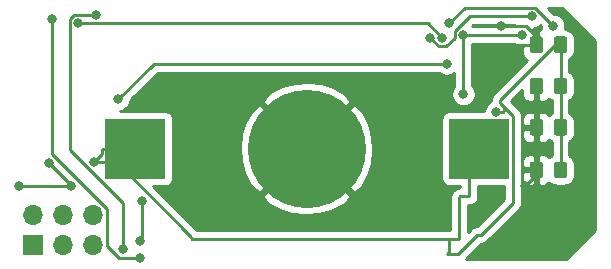
<source format=gbr>
G04 #@! TF.GenerationSoftware,KiCad,Pcbnew,(5.1.5)-3*
G04 #@! TF.CreationDate,2020-04-26T14:17:37-06:00*
G04 #@! TF.ProjectId,Dog Collar Light R1,446f6720-436f-46c6-9c61-72204c696768,rev?*
G04 #@! TF.SameCoordinates,Original*
G04 #@! TF.FileFunction,Copper,L2,Bot*
G04 #@! TF.FilePolarity,Positive*
%FSLAX46Y46*%
G04 Gerber Fmt 4.6, Leading zero omitted, Abs format (unit mm)*
G04 Created by KiCad (PCBNEW (5.1.5)-3) date 2020-04-26 14:17:37*
%MOMM*%
%LPD*%
G04 APERTURE LIST*
%ADD10R,5.080000X5.080000*%
%ADD11C,10.000000*%
%ADD12C,0.100000*%
%ADD13O,1.700000X1.700000*%
%ADD14R,1.700000X1.700000*%
%ADD15C,0.800000*%
%ADD16C,0.250000*%
%ADD17C,0.254000*%
G04 APERTURE END LIST*
D10*
X195725000Y-115800000D03*
X166625000Y-115800000D03*
D11*
X181125000Y-115800000D03*
G04 #@! TA.AperFunction,SMDPad,CuDef*
D12*
G36*
X200924505Y-109801204D02*
G01*
X200948773Y-109804804D01*
X200972572Y-109810765D01*
X200995671Y-109819030D01*
X201017850Y-109829520D01*
X201038893Y-109842132D01*
X201058599Y-109856747D01*
X201076777Y-109873223D01*
X201093253Y-109891401D01*
X201107868Y-109911107D01*
X201120480Y-109932150D01*
X201130970Y-109954329D01*
X201139235Y-109977428D01*
X201145196Y-110001227D01*
X201148796Y-110025495D01*
X201150000Y-110049999D01*
X201150000Y-110950001D01*
X201148796Y-110974505D01*
X201145196Y-110998773D01*
X201139235Y-111022572D01*
X201130970Y-111045671D01*
X201120480Y-111067850D01*
X201107868Y-111088893D01*
X201093253Y-111108599D01*
X201076777Y-111126777D01*
X201058599Y-111143253D01*
X201038893Y-111157868D01*
X201017850Y-111170480D01*
X200995671Y-111180970D01*
X200972572Y-111189235D01*
X200948773Y-111195196D01*
X200924505Y-111198796D01*
X200900001Y-111200000D01*
X200249999Y-111200000D01*
X200225495Y-111198796D01*
X200201227Y-111195196D01*
X200177428Y-111189235D01*
X200154329Y-111180970D01*
X200132150Y-111170480D01*
X200111107Y-111157868D01*
X200091401Y-111143253D01*
X200073223Y-111126777D01*
X200056747Y-111108599D01*
X200042132Y-111088893D01*
X200029520Y-111067850D01*
X200019030Y-111045671D01*
X200010765Y-111022572D01*
X200004804Y-110998773D01*
X200001204Y-110974505D01*
X200000000Y-110950001D01*
X200000000Y-110049999D01*
X200001204Y-110025495D01*
X200004804Y-110001227D01*
X200010765Y-109977428D01*
X200019030Y-109954329D01*
X200029520Y-109932150D01*
X200042132Y-109911107D01*
X200056747Y-109891401D01*
X200073223Y-109873223D01*
X200091401Y-109856747D01*
X200111107Y-109842132D01*
X200132150Y-109829520D01*
X200154329Y-109819030D01*
X200177428Y-109810765D01*
X200201227Y-109804804D01*
X200225495Y-109801204D01*
X200249999Y-109800000D01*
X200900001Y-109800000D01*
X200924505Y-109801204D01*
G37*
G04 #@! TD.AperFunction*
G04 #@! TA.AperFunction,SMDPad,CuDef*
G36*
X202974505Y-109801204D02*
G01*
X202998773Y-109804804D01*
X203022572Y-109810765D01*
X203045671Y-109819030D01*
X203067850Y-109829520D01*
X203088893Y-109842132D01*
X203108599Y-109856747D01*
X203126777Y-109873223D01*
X203143253Y-109891401D01*
X203157868Y-109911107D01*
X203170480Y-109932150D01*
X203180970Y-109954329D01*
X203189235Y-109977428D01*
X203195196Y-110001227D01*
X203198796Y-110025495D01*
X203200000Y-110049999D01*
X203200000Y-110950001D01*
X203198796Y-110974505D01*
X203195196Y-110998773D01*
X203189235Y-111022572D01*
X203180970Y-111045671D01*
X203170480Y-111067850D01*
X203157868Y-111088893D01*
X203143253Y-111108599D01*
X203126777Y-111126777D01*
X203108599Y-111143253D01*
X203088893Y-111157868D01*
X203067850Y-111170480D01*
X203045671Y-111180970D01*
X203022572Y-111189235D01*
X202998773Y-111195196D01*
X202974505Y-111198796D01*
X202950001Y-111200000D01*
X202299999Y-111200000D01*
X202275495Y-111198796D01*
X202251227Y-111195196D01*
X202227428Y-111189235D01*
X202204329Y-111180970D01*
X202182150Y-111170480D01*
X202161107Y-111157868D01*
X202141401Y-111143253D01*
X202123223Y-111126777D01*
X202106747Y-111108599D01*
X202092132Y-111088893D01*
X202079520Y-111067850D01*
X202069030Y-111045671D01*
X202060765Y-111022572D01*
X202054804Y-110998773D01*
X202051204Y-110974505D01*
X202050000Y-110950001D01*
X202050000Y-110049999D01*
X202051204Y-110025495D01*
X202054804Y-110001227D01*
X202060765Y-109977428D01*
X202069030Y-109954329D01*
X202079520Y-109932150D01*
X202092132Y-109911107D01*
X202106747Y-109891401D01*
X202123223Y-109873223D01*
X202141401Y-109856747D01*
X202161107Y-109842132D01*
X202182150Y-109829520D01*
X202204329Y-109819030D01*
X202227428Y-109810765D01*
X202251227Y-109804804D01*
X202275495Y-109801204D01*
X202299999Y-109800000D01*
X202950001Y-109800000D01*
X202974505Y-109801204D01*
G37*
G04 #@! TD.AperFunction*
G04 #@! TA.AperFunction,SMDPad,CuDef*
G36*
X200924505Y-106301204D02*
G01*
X200948773Y-106304804D01*
X200972572Y-106310765D01*
X200995671Y-106319030D01*
X201017850Y-106329520D01*
X201038893Y-106342132D01*
X201058599Y-106356747D01*
X201076777Y-106373223D01*
X201093253Y-106391401D01*
X201107868Y-106411107D01*
X201120480Y-106432150D01*
X201130970Y-106454329D01*
X201139235Y-106477428D01*
X201145196Y-106501227D01*
X201148796Y-106525495D01*
X201150000Y-106549999D01*
X201150000Y-107450001D01*
X201148796Y-107474505D01*
X201145196Y-107498773D01*
X201139235Y-107522572D01*
X201130970Y-107545671D01*
X201120480Y-107567850D01*
X201107868Y-107588893D01*
X201093253Y-107608599D01*
X201076777Y-107626777D01*
X201058599Y-107643253D01*
X201038893Y-107657868D01*
X201017850Y-107670480D01*
X200995671Y-107680970D01*
X200972572Y-107689235D01*
X200948773Y-107695196D01*
X200924505Y-107698796D01*
X200900001Y-107700000D01*
X200249999Y-107700000D01*
X200225495Y-107698796D01*
X200201227Y-107695196D01*
X200177428Y-107689235D01*
X200154329Y-107680970D01*
X200132150Y-107670480D01*
X200111107Y-107657868D01*
X200091401Y-107643253D01*
X200073223Y-107626777D01*
X200056747Y-107608599D01*
X200042132Y-107588893D01*
X200029520Y-107567850D01*
X200019030Y-107545671D01*
X200010765Y-107522572D01*
X200004804Y-107498773D01*
X200001204Y-107474505D01*
X200000000Y-107450001D01*
X200000000Y-106549999D01*
X200001204Y-106525495D01*
X200004804Y-106501227D01*
X200010765Y-106477428D01*
X200019030Y-106454329D01*
X200029520Y-106432150D01*
X200042132Y-106411107D01*
X200056747Y-106391401D01*
X200073223Y-106373223D01*
X200091401Y-106356747D01*
X200111107Y-106342132D01*
X200132150Y-106329520D01*
X200154329Y-106319030D01*
X200177428Y-106310765D01*
X200201227Y-106304804D01*
X200225495Y-106301204D01*
X200249999Y-106300000D01*
X200900001Y-106300000D01*
X200924505Y-106301204D01*
G37*
G04 #@! TD.AperFunction*
G04 #@! TA.AperFunction,SMDPad,CuDef*
G36*
X202974505Y-106301204D02*
G01*
X202998773Y-106304804D01*
X203022572Y-106310765D01*
X203045671Y-106319030D01*
X203067850Y-106329520D01*
X203088893Y-106342132D01*
X203108599Y-106356747D01*
X203126777Y-106373223D01*
X203143253Y-106391401D01*
X203157868Y-106411107D01*
X203170480Y-106432150D01*
X203180970Y-106454329D01*
X203189235Y-106477428D01*
X203195196Y-106501227D01*
X203198796Y-106525495D01*
X203200000Y-106549999D01*
X203200000Y-107450001D01*
X203198796Y-107474505D01*
X203195196Y-107498773D01*
X203189235Y-107522572D01*
X203180970Y-107545671D01*
X203170480Y-107567850D01*
X203157868Y-107588893D01*
X203143253Y-107608599D01*
X203126777Y-107626777D01*
X203108599Y-107643253D01*
X203088893Y-107657868D01*
X203067850Y-107670480D01*
X203045671Y-107680970D01*
X203022572Y-107689235D01*
X202998773Y-107695196D01*
X202974505Y-107698796D01*
X202950001Y-107700000D01*
X202299999Y-107700000D01*
X202275495Y-107698796D01*
X202251227Y-107695196D01*
X202227428Y-107689235D01*
X202204329Y-107680970D01*
X202182150Y-107670480D01*
X202161107Y-107657868D01*
X202141401Y-107643253D01*
X202123223Y-107626777D01*
X202106747Y-107608599D01*
X202092132Y-107588893D01*
X202079520Y-107567850D01*
X202069030Y-107545671D01*
X202060765Y-107522572D01*
X202054804Y-107498773D01*
X202051204Y-107474505D01*
X202050000Y-107450001D01*
X202050000Y-106549999D01*
X202051204Y-106525495D01*
X202054804Y-106501227D01*
X202060765Y-106477428D01*
X202069030Y-106454329D01*
X202079520Y-106432150D01*
X202092132Y-106411107D01*
X202106747Y-106391401D01*
X202123223Y-106373223D01*
X202141401Y-106356747D01*
X202161107Y-106342132D01*
X202182150Y-106329520D01*
X202204329Y-106319030D01*
X202227428Y-106310765D01*
X202251227Y-106304804D01*
X202275495Y-106301204D01*
X202299999Y-106300000D01*
X202950001Y-106300000D01*
X202974505Y-106301204D01*
G37*
G04 #@! TD.AperFunction*
G04 #@! TA.AperFunction,SMDPad,CuDef*
G36*
X200924505Y-113301204D02*
G01*
X200948773Y-113304804D01*
X200972572Y-113310765D01*
X200995671Y-113319030D01*
X201017850Y-113329520D01*
X201038893Y-113342132D01*
X201058599Y-113356747D01*
X201076777Y-113373223D01*
X201093253Y-113391401D01*
X201107868Y-113411107D01*
X201120480Y-113432150D01*
X201130970Y-113454329D01*
X201139235Y-113477428D01*
X201145196Y-113501227D01*
X201148796Y-113525495D01*
X201150000Y-113549999D01*
X201150000Y-114450001D01*
X201148796Y-114474505D01*
X201145196Y-114498773D01*
X201139235Y-114522572D01*
X201130970Y-114545671D01*
X201120480Y-114567850D01*
X201107868Y-114588893D01*
X201093253Y-114608599D01*
X201076777Y-114626777D01*
X201058599Y-114643253D01*
X201038893Y-114657868D01*
X201017850Y-114670480D01*
X200995671Y-114680970D01*
X200972572Y-114689235D01*
X200948773Y-114695196D01*
X200924505Y-114698796D01*
X200900001Y-114700000D01*
X200249999Y-114700000D01*
X200225495Y-114698796D01*
X200201227Y-114695196D01*
X200177428Y-114689235D01*
X200154329Y-114680970D01*
X200132150Y-114670480D01*
X200111107Y-114657868D01*
X200091401Y-114643253D01*
X200073223Y-114626777D01*
X200056747Y-114608599D01*
X200042132Y-114588893D01*
X200029520Y-114567850D01*
X200019030Y-114545671D01*
X200010765Y-114522572D01*
X200004804Y-114498773D01*
X200001204Y-114474505D01*
X200000000Y-114450001D01*
X200000000Y-113549999D01*
X200001204Y-113525495D01*
X200004804Y-113501227D01*
X200010765Y-113477428D01*
X200019030Y-113454329D01*
X200029520Y-113432150D01*
X200042132Y-113411107D01*
X200056747Y-113391401D01*
X200073223Y-113373223D01*
X200091401Y-113356747D01*
X200111107Y-113342132D01*
X200132150Y-113329520D01*
X200154329Y-113319030D01*
X200177428Y-113310765D01*
X200201227Y-113304804D01*
X200225495Y-113301204D01*
X200249999Y-113300000D01*
X200900001Y-113300000D01*
X200924505Y-113301204D01*
G37*
G04 #@! TD.AperFunction*
G04 #@! TA.AperFunction,SMDPad,CuDef*
G36*
X202974505Y-113301204D02*
G01*
X202998773Y-113304804D01*
X203022572Y-113310765D01*
X203045671Y-113319030D01*
X203067850Y-113329520D01*
X203088893Y-113342132D01*
X203108599Y-113356747D01*
X203126777Y-113373223D01*
X203143253Y-113391401D01*
X203157868Y-113411107D01*
X203170480Y-113432150D01*
X203180970Y-113454329D01*
X203189235Y-113477428D01*
X203195196Y-113501227D01*
X203198796Y-113525495D01*
X203200000Y-113549999D01*
X203200000Y-114450001D01*
X203198796Y-114474505D01*
X203195196Y-114498773D01*
X203189235Y-114522572D01*
X203180970Y-114545671D01*
X203170480Y-114567850D01*
X203157868Y-114588893D01*
X203143253Y-114608599D01*
X203126777Y-114626777D01*
X203108599Y-114643253D01*
X203088893Y-114657868D01*
X203067850Y-114670480D01*
X203045671Y-114680970D01*
X203022572Y-114689235D01*
X202998773Y-114695196D01*
X202974505Y-114698796D01*
X202950001Y-114700000D01*
X202299999Y-114700000D01*
X202275495Y-114698796D01*
X202251227Y-114695196D01*
X202227428Y-114689235D01*
X202204329Y-114680970D01*
X202182150Y-114670480D01*
X202161107Y-114657868D01*
X202141401Y-114643253D01*
X202123223Y-114626777D01*
X202106747Y-114608599D01*
X202092132Y-114588893D01*
X202079520Y-114567850D01*
X202069030Y-114545671D01*
X202060765Y-114522572D01*
X202054804Y-114498773D01*
X202051204Y-114474505D01*
X202050000Y-114450001D01*
X202050000Y-113549999D01*
X202051204Y-113525495D01*
X202054804Y-113501227D01*
X202060765Y-113477428D01*
X202069030Y-113454329D01*
X202079520Y-113432150D01*
X202092132Y-113411107D01*
X202106747Y-113391401D01*
X202123223Y-113373223D01*
X202141401Y-113356747D01*
X202161107Y-113342132D01*
X202182150Y-113329520D01*
X202204329Y-113319030D01*
X202227428Y-113310765D01*
X202251227Y-113304804D01*
X202275495Y-113301204D01*
X202299999Y-113300000D01*
X202950001Y-113300000D01*
X202974505Y-113301204D01*
G37*
G04 #@! TD.AperFunction*
G04 #@! TA.AperFunction,SMDPad,CuDef*
G36*
X200924505Y-116901204D02*
G01*
X200948773Y-116904804D01*
X200972572Y-116910765D01*
X200995671Y-116919030D01*
X201017850Y-116929520D01*
X201038893Y-116942132D01*
X201058599Y-116956747D01*
X201076777Y-116973223D01*
X201093253Y-116991401D01*
X201107868Y-117011107D01*
X201120480Y-117032150D01*
X201130970Y-117054329D01*
X201139235Y-117077428D01*
X201145196Y-117101227D01*
X201148796Y-117125495D01*
X201150000Y-117149999D01*
X201150000Y-118050001D01*
X201148796Y-118074505D01*
X201145196Y-118098773D01*
X201139235Y-118122572D01*
X201130970Y-118145671D01*
X201120480Y-118167850D01*
X201107868Y-118188893D01*
X201093253Y-118208599D01*
X201076777Y-118226777D01*
X201058599Y-118243253D01*
X201038893Y-118257868D01*
X201017850Y-118270480D01*
X200995671Y-118280970D01*
X200972572Y-118289235D01*
X200948773Y-118295196D01*
X200924505Y-118298796D01*
X200900001Y-118300000D01*
X200249999Y-118300000D01*
X200225495Y-118298796D01*
X200201227Y-118295196D01*
X200177428Y-118289235D01*
X200154329Y-118280970D01*
X200132150Y-118270480D01*
X200111107Y-118257868D01*
X200091401Y-118243253D01*
X200073223Y-118226777D01*
X200056747Y-118208599D01*
X200042132Y-118188893D01*
X200029520Y-118167850D01*
X200019030Y-118145671D01*
X200010765Y-118122572D01*
X200004804Y-118098773D01*
X200001204Y-118074505D01*
X200000000Y-118050001D01*
X200000000Y-117149999D01*
X200001204Y-117125495D01*
X200004804Y-117101227D01*
X200010765Y-117077428D01*
X200019030Y-117054329D01*
X200029520Y-117032150D01*
X200042132Y-117011107D01*
X200056747Y-116991401D01*
X200073223Y-116973223D01*
X200091401Y-116956747D01*
X200111107Y-116942132D01*
X200132150Y-116929520D01*
X200154329Y-116919030D01*
X200177428Y-116910765D01*
X200201227Y-116904804D01*
X200225495Y-116901204D01*
X200249999Y-116900000D01*
X200900001Y-116900000D01*
X200924505Y-116901204D01*
G37*
G04 #@! TD.AperFunction*
G04 #@! TA.AperFunction,SMDPad,CuDef*
G36*
X202974505Y-116901204D02*
G01*
X202998773Y-116904804D01*
X203022572Y-116910765D01*
X203045671Y-116919030D01*
X203067850Y-116929520D01*
X203088893Y-116942132D01*
X203108599Y-116956747D01*
X203126777Y-116973223D01*
X203143253Y-116991401D01*
X203157868Y-117011107D01*
X203170480Y-117032150D01*
X203180970Y-117054329D01*
X203189235Y-117077428D01*
X203195196Y-117101227D01*
X203198796Y-117125495D01*
X203200000Y-117149999D01*
X203200000Y-118050001D01*
X203198796Y-118074505D01*
X203195196Y-118098773D01*
X203189235Y-118122572D01*
X203180970Y-118145671D01*
X203170480Y-118167850D01*
X203157868Y-118188893D01*
X203143253Y-118208599D01*
X203126777Y-118226777D01*
X203108599Y-118243253D01*
X203088893Y-118257868D01*
X203067850Y-118270480D01*
X203045671Y-118280970D01*
X203022572Y-118289235D01*
X202998773Y-118295196D01*
X202974505Y-118298796D01*
X202950001Y-118300000D01*
X202299999Y-118300000D01*
X202275495Y-118298796D01*
X202251227Y-118295196D01*
X202227428Y-118289235D01*
X202204329Y-118280970D01*
X202182150Y-118270480D01*
X202161107Y-118257868D01*
X202141401Y-118243253D01*
X202123223Y-118226777D01*
X202106747Y-118208599D01*
X202092132Y-118188893D01*
X202079520Y-118167850D01*
X202069030Y-118145671D01*
X202060765Y-118122572D01*
X202054804Y-118098773D01*
X202051204Y-118074505D01*
X202050000Y-118050001D01*
X202050000Y-117149999D01*
X202051204Y-117125495D01*
X202054804Y-117101227D01*
X202060765Y-117077428D01*
X202069030Y-117054329D01*
X202079520Y-117032150D01*
X202092132Y-117011107D01*
X202106747Y-116991401D01*
X202123223Y-116973223D01*
X202141401Y-116956747D01*
X202161107Y-116942132D01*
X202182150Y-116929520D01*
X202204329Y-116919030D01*
X202227428Y-116910765D01*
X202251227Y-116904804D01*
X202275495Y-116901204D01*
X202299999Y-116900000D01*
X202950001Y-116900000D01*
X202974505Y-116901204D01*
G37*
G04 #@! TD.AperFunction*
D13*
X163080000Y-121460000D03*
X163080000Y-124000000D03*
X160540000Y-121460000D03*
X160540000Y-124000000D03*
X158000000Y-121460000D03*
D14*
X158000000Y-124000000D03*
D15*
X161200000Y-119000000D03*
X156800000Y-119000000D03*
X197200000Y-112659998D03*
X163150000Y-116950002D03*
X159341848Y-117008152D03*
X179400000Y-114600000D03*
X197600000Y-105400000D03*
X197600000Y-107600000D03*
X199600000Y-119000000D03*
X203900000Y-119900000D03*
X196100000Y-120800000D03*
X196100000Y-112000000D03*
X189650000Y-120300000D03*
X172100000Y-121850000D03*
X202000000Y-105400000D03*
X193200000Y-105200000D03*
X167000000Y-123600000D03*
X167229847Y-120220153D03*
X194400000Y-106200000D03*
X194400000Y-111200000D03*
X199400000Y-106200000D03*
X193000000Y-108600000D03*
X165200000Y-111600000D03*
X192600000Y-106400000D03*
X161800000Y-105200000D03*
X165600000Y-124325000D03*
X163275000Y-104475000D03*
X167000000Y-125050000D03*
X159587347Y-104787347D03*
X191587347Y-106412653D03*
X200187347Y-104612653D03*
D16*
X194900000Y-116625000D02*
X195725000Y-115800000D01*
X194900000Y-119850000D02*
X194900000Y-116625000D01*
X194120000Y-119850000D02*
X194044999Y-119925001D01*
X194044999Y-119925001D02*
X194044999Y-123444999D01*
X194900000Y-119850000D02*
X194120000Y-119850000D01*
X202625000Y-107700000D02*
X202625000Y-110500000D01*
X202625000Y-107000000D02*
X202625000Y-107700000D01*
X202625000Y-114000000D02*
X202625000Y-113300000D01*
X202625000Y-114000000D02*
X202625000Y-117600000D01*
X161200000Y-119000000D02*
X156800000Y-119000000D01*
X202625000Y-113300000D02*
X202625000Y-110500000D01*
X198590001Y-120396829D02*
X195875010Y-123111820D01*
X197515003Y-111648187D02*
X197515003Y-111925001D01*
X202163190Y-107000000D02*
X197515003Y-111648187D01*
X202625000Y-107000000D02*
X202163190Y-107000000D01*
X197850000Y-112575683D02*
X197850000Y-112300000D01*
X197765685Y-112659998D02*
X197850000Y-112575683D01*
X197200000Y-112659998D02*
X197765685Y-112659998D01*
X197515003Y-111925001D02*
X197850000Y-112300000D01*
X197850000Y-112300000D02*
X198590001Y-112999999D01*
X198590001Y-112999999D02*
X198590001Y-120396829D01*
X195588180Y-123111820D02*
X193950000Y-124750000D01*
X195875010Y-123111820D02*
X195588180Y-123111820D01*
X193155001Y-124594999D02*
X193000000Y-124750000D01*
X193155001Y-123444999D02*
X193155001Y-124594999D01*
X193155001Y-123444999D02*
X171444999Y-123444999D01*
X193950000Y-124750000D02*
X193000000Y-124750000D01*
X194044999Y-123444999D02*
X193155001Y-123444999D01*
X166625000Y-115800000D02*
X163835000Y-115800000D01*
X161200000Y-118866304D02*
X161200000Y-119000000D01*
X159341848Y-117008152D02*
X161200000Y-118866304D01*
X163835000Y-116265002D02*
X163150000Y-116950002D01*
X163835000Y-115800000D02*
X163835000Y-116265002D01*
X165032698Y-116950002D02*
X163715685Y-116950002D01*
X171374999Y-123374999D02*
X171374999Y-123292303D01*
X163715685Y-116950002D02*
X163150000Y-116950002D01*
X171374999Y-123292303D02*
X165032698Y-116950002D01*
X171444999Y-123444999D02*
X171374999Y-123374999D01*
X200575000Y-106300000D02*
X199675000Y-105400000D01*
X200575000Y-107000000D02*
X200575000Y-106300000D01*
X199675000Y-105400000D02*
X198600000Y-105400000D01*
X198600000Y-105400000D02*
X198200000Y-105400000D01*
X198200000Y-105400000D02*
X197600000Y-105400000D01*
X200575000Y-117600000D02*
X200575000Y-118025000D01*
X200575000Y-118025000D02*
X199600000Y-119000000D01*
X194900000Y-120800000D02*
X196100000Y-120800000D01*
X198200000Y-107000000D02*
X197600000Y-107600000D01*
X200575000Y-107000000D02*
X198200000Y-107000000D01*
X194525001Y-103874999D02*
X193200000Y-105200000D01*
X202000000Y-105400000D02*
X200474999Y-103874999D01*
X200474999Y-103874999D02*
X194525001Y-103874999D01*
X167229847Y-123370153D02*
X167000000Y-123600000D01*
X167229847Y-120220153D02*
X167229847Y-123370153D01*
X194400000Y-106200000D02*
X194400000Y-111200000D01*
X199400000Y-106200000D02*
X194400000Y-106200000D01*
X193000000Y-108600000D02*
X168200000Y-108600000D01*
X168200000Y-108600000D02*
X165200000Y-111600000D01*
X192600000Y-106400000D02*
X191400000Y-105200000D01*
X191400000Y-105200000D02*
X161800000Y-105200000D01*
X165600000Y-124325000D02*
X165600000Y-120440002D01*
X161074999Y-104851999D02*
X161451998Y-104475000D01*
X161451998Y-104475000D02*
X163275000Y-104475000D01*
X163275000Y-104475000D02*
X163400000Y-104475000D01*
X161074999Y-115915001D02*
X161074999Y-104851999D01*
X165600000Y-120440002D02*
X161074999Y-115915001D01*
X165251998Y-125050000D02*
X164255001Y-124053003D01*
X164255001Y-124053003D02*
X164255001Y-120895999D01*
X167000000Y-125050000D02*
X165251998Y-125050000D01*
X159587347Y-116228345D02*
X159587347Y-104787347D01*
X164255001Y-120895999D02*
X159587347Y-116228345D01*
X192299695Y-107125001D02*
X192962651Y-107125001D01*
X191587347Y-106412653D02*
X192299695Y-107125001D01*
X192962651Y-107125001D02*
X193674999Y-106412653D01*
X193674999Y-106412653D02*
X193674999Y-105851999D01*
X193674999Y-105851999D02*
X194926998Y-104600000D01*
X200187347Y-104612653D02*
X195412653Y-104612653D01*
X195412653Y-104612653D02*
X195400000Y-104600000D01*
X194926998Y-104600000D02*
X195400000Y-104600000D01*
X195400000Y-104600000D02*
X195600000Y-104600000D01*
D17*
G36*
X205540000Y-106673381D02*
G01*
X205540001Y-122726618D01*
X203126620Y-125140000D01*
X194634801Y-125140000D01*
X195901961Y-123872841D01*
X195912332Y-123871820D01*
X195912343Y-123871820D01*
X196023996Y-123860823D01*
X196167257Y-123817366D01*
X196299286Y-123746794D01*
X196415011Y-123651821D01*
X196438814Y-123622817D01*
X199101004Y-120960628D01*
X199130002Y-120936830D01*
X199218703Y-120828748D01*
X199224975Y-120821106D01*
X199295547Y-120689076D01*
X199313301Y-120630547D01*
X199339004Y-120545815D01*
X199350001Y-120434162D01*
X199350001Y-120434153D01*
X199353677Y-120396830D01*
X199350001Y-120359507D01*
X199350001Y-118300000D01*
X199361928Y-118300000D01*
X199374188Y-118424482D01*
X199410498Y-118544180D01*
X199469463Y-118654494D01*
X199548815Y-118751185D01*
X199645506Y-118830537D01*
X199755820Y-118889502D01*
X199875518Y-118925812D01*
X200000000Y-118938072D01*
X200289250Y-118935000D01*
X200448000Y-118776250D01*
X200448000Y-117727000D01*
X199523750Y-117727000D01*
X199365000Y-117885750D01*
X199361928Y-118300000D01*
X199350001Y-118300000D01*
X199350001Y-116900000D01*
X199361928Y-116900000D01*
X199365000Y-117314250D01*
X199523750Y-117473000D01*
X200448000Y-117473000D01*
X200448000Y-116423750D01*
X200289250Y-116265000D01*
X200000000Y-116261928D01*
X199875518Y-116274188D01*
X199755820Y-116310498D01*
X199645506Y-116369463D01*
X199548815Y-116448815D01*
X199469463Y-116545506D01*
X199410498Y-116655820D01*
X199374188Y-116775518D01*
X199361928Y-116900000D01*
X199350001Y-116900000D01*
X199350001Y-114700000D01*
X199361928Y-114700000D01*
X199374188Y-114824482D01*
X199410498Y-114944180D01*
X199469463Y-115054494D01*
X199548815Y-115151185D01*
X199645506Y-115230537D01*
X199755820Y-115289502D01*
X199875518Y-115325812D01*
X200000000Y-115338072D01*
X200289250Y-115335000D01*
X200448000Y-115176250D01*
X200448000Y-114127000D01*
X199523750Y-114127000D01*
X199365000Y-114285750D01*
X199361928Y-114700000D01*
X199350001Y-114700000D01*
X199350001Y-113300000D01*
X199361928Y-113300000D01*
X199365000Y-113714250D01*
X199523750Y-113873000D01*
X200448000Y-113873000D01*
X200448000Y-112823750D01*
X200289250Y-112665000D01*
X200000000Y-112661928D01*
X199875518Y-112674188D01*
X199755820Y-112710498D01*
X199645506Y-112769463D01*
X199548815Y-112848815D01*
X199469463Y-112945506D01*
X199410498Y-113055820D01*
X199374188Y-113175518D01*
X199361928Y-113300000D01*
X199350001Y-113300000D01*
X199350001Y-113026752D01*
X199353383Y-112978793D01*
X199345308Y-112915014D01*
X199339004Y-112851013D01*
X199335915Y-112840828D01*
X199334578Y-112830272D01*
X199314213Y-112769286D01*
X199295547Y-112707752D01*
X199290531Y-112698368D01*
X199287160Y-112688273D01*
X199255279Y-112632416D01*
X199224975Y-112575723D01*
X199218226Y-112567499D01*
X199212949Y-112558254D01*
X199170785Y-112509692D01*
X199130002Y-112459998D01*
X199092837Y-112429498D01*
X198432825Y-111805166D01*
X199364348Y-110873643D01*
X199361928Y-111200000D01*
X199374188Y-111324482D01*
X199410498Y-111444180D01*
X199469463Y-111554494D01*
X199548815Y-111651185D01*
X199645506Y-111730537D01*
X199755820Y-111789502D01*
X199875518Y-111825812D01*
X200000000Y-111838072D01*
X200289250Y-111835000D01*
X200448000Y-111676250D01*
X200448000Y-110627000D01*
X200428000Y-110627000D01*
X200428000Y-110373000D01*
X200448000Y-110373000D01*
X200448000Y-110353000D01*
X200702000Y-110353000D01*
X200702000Y-110373000D01*
X200722000Y-110373000D01*
X200722000Y-110627000D01*
X200702000Y-110627000D01*
X200702000Y-111676250D01*
X200860750Y-111835000D01*
X201150000Y-111838072D01*
X201274482Y-111825812D01*
X201394180Y-111789502D01*
X201504494Y-111730537D01*
X201601185Y-111651185D01*
X201666658Y-111571406D01*
X201672038Y-111577962D01*
X201806613Y-111688405D01*
X201865001Y-111719614D01*
X201865000Y-112780386D01*
X201806613Y-112811595D01*
X201672038Y-112922038D01*
X201666658Y-112928594D01*
X201601185Y-112848815D01*
X201504494Y-112769463D01*
X201394180Y-112710498D01*
X201274482Y-112674188D01*
X201150000Y-112661928D01*
X200860750Y-112665000D01*
X200702000Y-112823750D01*
X200702000Y-113873000D01*
X200722000Y-113873000D01*
X200722000Y-114127000D01*
X200702000Y-114127000D01*
X200702000Y-115176250D01*
X200860750Y-115335000D01*
X201150000Y-115338072D01*
X201274482Y-115325812D01*
X201394180Y-115289502D01*
X201504494Y-115230537D01*
X201601185Y-115151185D01*
X201666658Y-115071406D01*
X201672038Y-115077962D01*
X201806613Y-115188405D01*
X201865000Y-115219614D01*
X201865001Y-116380386D01*
X201806613Y-116411595D01*
X201672038Y-116522038D01*
X201666658Y-116528594D01*
X201601185Y-116448815D01*
X201504494Y-116369463D01*
X201394180Y-116310498D01*
X201274482Y-116274188D01*
X201150000Y-116261928D01*
X200860750Y-116265000D01*
X200702000Y-116423750D01*
X200702000Y-117473000D01*
X200722000Y-117473000D01*
X200722000Y-117727000D01*
X200702000Y-117727000D01*
X200702000Y-118776250D01*
X200860750Y-118935000D01*
X201150000Y-118938072D01*
X201274482Y-118925812D01*
X201394180Y-118889502D01*
X201504494Y-118830537D01*
X201601185Y-118751185D01*
X201666658Y-118671406D01*
X201672038Y-118677962D01*
X201806613Y-118788405D01*
X201960149Y-118870472D01*
X202126745Y-118921008D01*
X202299999Y-118938072D01*
X202950001Y-118938072D01*
X203123255Y-118921008D01*
X203289851Y-118870472D01*
X203443387Y-118788405D01*
X203577962Y-118677962D01*
X203688405Y-118543387D01*
X203770472Y-118389851D01*
X203821008Y-118223255D01*
X203838072Y-118050001D01*
X203838072Y-117149999D01*
X203821008Y-116976745D01*
X203770472Y-116810149D01*
X203688405Y-116656613D01*
X203577962Y-116522038D01*
X203443387Y-116411595D01*
X203385000Y-116380386D01*
X203385000Y-115219614D01*
X203443387Y-115188405D01*
X203577962Y-115077962D01*
X203688405Y-114943387D01*
X203770472Y-114789851D01*
X203821008Y-114623255D01*
X203838072Y-114450001D01*
X203838072Y-113549999D01*
X203821008Y-113376745D01*
X203770472Y-113210149D01*
X203688405Y-113056613D01*
X203577962Y-112922038D01*
X203443387Y-112811595D01*
X203385000Y-112780386D01*
X203385000Y-111719614D01*
X203443387Y-111688405D01*
X203577962Y-111577962D01*
X203688405Y-111443387D01*
X203770472Y-111289851D01*
X203821008Y-111123255D01*
X203838072Y-110950001D01*
X203838072Y-110049999D01*
X203821008Y-109876745D01*
X203770472Y-109710149D01*
X203688405Y-109556613D01*
X203577962Y-109422038D01*
X203443387Y-109311595D01*
X203385000Y-109280386D01*
X203385000Y-108219614D01*
X203443387Y-108188405D01*
X203577962Y-108077962D01*
X203688405Y-107943387D01*
X203770472Y-107789851D01*
X203821008Y-107623255D01*
X203838072Y-107450001D01*
X203838072Y-106549999D01*
X203821008Y-106376745D01*
X203770472Y-106210149D01*
X203688405Y-106056613D01*
X203577962Y-105922038D01*
X203443387Y-105811595D01*
X203289851Y-105729528D01*
X203123255Y-105678992D01*
X203002155Y-105667065D01*
X203035000Y-105501939D01*
X203035000Y-105298061D01*
X202995226Y-105098102D01*
X202917205Y-104909744D01*
X202803937Y-104740226D01*
X202659774Y-104596063D01*
X202490256Y-104482795D01*
X202301898Y-104404774D01*
X202101939Y-104365000D01*
X202039802Y-104365000D01*
X201534801Y-103860000D01*
X202726620Y-103860000D01*
X205540000Y-106673381D01*
G37*
X205540000Y-106673381D02*
X205540001Y-122726618D01*
X203126620Y-125140000D01*
X194634801Y-125140000D01*
X195901961Y-123872841D01*
X195912332Y-123871820D01*
X195912343Y-123871820D01*
X196023996Y-123860823D01*
X196167257Y-123817366D01*
X196299286Y-123746794D01*
X196415011Y-123651821D01*
X196438814Y-123622817D01*
X199101004Y-120960628D01*
X199130002Y-120936830D01*
X199218703Y-120828748D01*
X199224975Y-120821106D01*
X199295547Y-120689076D01*
X199313301Y-120630547D01*
X199339004Y-120545815D01*
X199350001Y-120434162D01*
X199350001Y-120434153D01*
X199353677Y-120396830D01*
X199350001Y-120359507D01*
X199350001Y-118300000D01*
X199361928Y-118300000D01*
X199374188Y-118424482D01*
X199410498Y-118544180D01*
X199469463Y-118654494D01*
X199548815Y-118751185D01*
X199645506Y-118830537D01*
X199755820Y-118889502D01*
X199875518Y-118925812D01*
X200000000Y-118938072D01*
X200289250Y-118935000D01*
X200448000Y-118776250D01*
X200448000Y-117727000D01*
X199523750Y-117727000D01*
X199365000Y-117885750D01*
X199361928Y-118300000D01*
X199350001Y-118300000D01*
X199350001Y-116900000D01*
X199361928Y-116900000D01*
X199365000Y-117314250D01*
X199523750Y-117473000D01*
X200448000Y-117473000D01*
X200448000Y-116423750D01*
X200289250Y-116265000D01*
X200000000Y-116261928D01*
X199875518Y-116274188D01*
X199755820Y-116310498D01*
X199645506Y-116369463D01*
X199548815Y-116448815D01*
X199469463Y-116545506D01*
X199410498Y-116655820D01*
X199374188Y-116775518D01*
X199361928Y-116900000D01*
X199350001Y-116900000D01*
X199350001Y-114700000D01*
X199361928Y-114700000D01*
X199374188Y-114824482D01*
X199410498Y-114944180D01*
X199469463Y-115054494D01*
X199548815Y-115151185D01*
X199645506Y-115230537D01*
X199755820Y-115289502D01*
X199875518Y-115325812D01*
X200000000Y-115338072D01*
X200289250Y-115335000D01*
X200448000Y-115176250D01*
X200448000Y-114127000D01*
X199523750Y-114127000D01*
X199365000Y-114285750D01*
X199361928Y-114700000D01*
X199350001Y-114700000D01*
X199350001Y-113300000D01*
X199361928Y-113300000D01*
X199365000Y-113714250D01*
X199523750Y-113873000D01*
X200448000Y-113873000D01*
X200448000Y-112823750D01*
X200289250Y-112665000D01*
X200000000Y-112661928D01*
X199875518Y-112674188D01*
X199755820Y-112710498D01*
X199645506Y-112769463D01*
X199548815Y-112848815D01*
X199469463Y-112945506D01*
X199410498Y-113055820D01*
X199374188Y-113175518D01*
X199361928Y-113300000D01*
X199350001Y-113300000D01*
X199350001Y-113026752D01*
X199353383Y-112978793D01*
X199345308Y-112915014D01*
X199339004Y-112851013D01*
X199335915Y-112840828D01*
X199334578Y-112830272D01*
X199314213Y-112769286D01*
X199295547Y-112707752D01*
X199290531Y-112698368D01*
X199287160Y-112688273D01*
X199255279Y-112632416D01*
X199224975Y-112575723D01*
X199218226Y-112567499D01*
X199212949Y-112558254D01*
X199170785Y-112509692D01*
X199130002Y-112459998D01*
X199092837Y-112429498D01*
X198432825Y-111805166D01*
X199364348Y-110873643D01*
X199361928Y-111200000D01*
X199374188Y-111324482D01*
X199410498Y-111444180D01*
X199469463Y-111554494D01*
X199548815Y-111651185D01*
X199645506Y-111730537D01*
X199755820Y-111789502D01*
X199875518Y-111825812D01*
X200000000Y-111838072D01*
X200289250Y-111835000D01*
X200448000Y-111676250D01*
X200448000Y-110627000D01*
X200428000Y-110627000D01*
X200428000Y-110373000D01*
X200448000Y-110373000D01*
X200448000Y-110353000D01*
X200702000Y-110353000D01*
X200702000Y-110373000D01*
X200722000Y-110373000D01*
X200722000Y-110627000D01*
X200702000Y-110627000D01*
X200702000Y-111676250D01*
X200860750Y-111835000D01*
X201150000Y-111838072D01*
X201274482Y-111825812D01*
X201394180Y-111789502D01*
X201504494Y-111730537D01*
X201601185Y-111651185D01*
X201666658Y-111571406D01*
X201672038Y-111577962D01*
X201806613Y-111688405D01*
X201865001Y-111719614D01*
X201865000Y-112780386D01*
X201806613Y-112811595D01*
X201672038Y-112922038D01*
X201666658Y-112928594D01*
X201601185Y-112848815D01*
X201504494Y-112769463D01*
X201394180Y-112710498D01*
X201274482Y-112674188D01*
X201150000Y-112661928D01*
X200860750Y-112665000D01*
X200702000Y-112823750D01*
X200702000Y-113873000D01*
X200722000Y-113873000D01*
X200722000Y-114127000D01*
X200702000Y-114127000D01*
X200702000Y-115176250D01*
X200860750Y-115335000D01*
X201150000Y-115338072D01*
X201274482Y-115325812D01*
X201394180Y-115289502D01*
X201504494Y-115230537D01*
X201601185Y-115151185D01*
X201666658Y-115071406D01*
X201672038Y-115077962D01*
X201806613Y-115188405D01*
X201865000Y-115219614D01*
X201865001Y-116380386D01*
X201806613Y-116411595D01*
X201672038Y-116522038D01*
X201666658Y-116528594D01*
X201601185Y-116448815D01*
X201504494Y-116369463D01*
X201394180Y-116310498D01*
X201274482Y-116274188D01*
X201150000Y-116261928D01*
X200860750Y-116265000D01*
X200702000Y-116423750D01*
X200702000Y-117473000D01*
X200722000Y-117473000D01*
X200722000Y-117727000D01*
X200702000Y-117727000D01*
X200702000Y-118776250D01*
X200860750Y-118935000D01*
X201150000Y-118938072D01*
X201274482Y-118925812D01*
X201394180Y-118889502D01*
X201504494Y-118830537D01*
X201601185Y-118751185D01*
X201666658Y-118671406D01*
X201672038Y-118677962D01*
X201806613Y-118788405D01*
X201960149Y-118870472D01*
X202126745Y-118921008D01*
X202299999Y-118938072D01*
X202950001Y-118938072D01*
X203123255Y-118921008D01*
X203289851Y-118870472D01*
X203443387Y-118788405D01*
X203577962Y-118677962D01*
X203688405Y-118543387D01*
X203770472Y-118389851D01*
X203821008Y-118223255D01*
X203838072Y-118050001D01*
X203838072Y-117149999D01*
X203821008Y-116976745D01*
X203770472Y-116810149D01*
X203688405Y-116656613D01*
X203577962Y-116522038D01*
X203443387Y-116411595D01*
X203385000Y-116380386D01*
X203385000Y-115219614D01*
X203443387Y-115188405D01*
X203577962Y-115077962D01*
X203688405Y-114943387D01*
X203770472Y-114789851D01*
X203821008Y-114623255D01*
X203838072Y-114450001D01*
X203838072Y-113549999D01*
X203821008Y-113376745D01*
X203770472Y-113210149D01*
X203688405Y-113056613D01*
X203577962Y-112922038D01*
X203443387Y-112811595D01*
X203385000Y-112780386D01*
X203385000Y-111719614D01*
X203443387Y-111688405D01*
X203577962Y-111577962D01*
X203688405Y-111443387D01*
X203770472Y-111289851D01*
X203821008Y-111123255D01*
X203838072Y-110950001D01*
X203838072Y-110049999D01*
X203821008Y-109876745D01*
X203770472Y-109710149D01*
X203688405Y-109556613D01*
X203577962Y-109422038D01*
X203443387Y-109311595D01*
X203385000Y-109280386D01*
X203385000Y-108219614D01*
X203443387Y-108188405D01*
X203577962Y-108077962D01*
X203688405Y-107943387D01*
X203770472Y-107789851D01*
X203821008Y-107623255D01*
X203838072Y-107450001D01*
X203838072Y-106549999D01*
X203821008Y-106376745D01*
X203770472Y-106210149D01*
X203688405Y-106056613D01*
X203577962Y-105922038D01*
X203443387Y-105811595D01*
X203289851Y-105729528D01*
X203123255Y-105678992D01*
X203002155Y-105667065D01*
X203035000Y-105501939D01*
X203035000Y-105298061D01*
X202995226Y-105098102D01*
X202917205Y-104909744D01*
X202803937Y-104740226D01*
X202659774Y-104596063D01*
X202490256Y-104482795D01*
X202301898Y-104404774D01*
X202101939Y-104365000D01*
X202039802Y-104365000D01*
X201534801Y-103860000D01*
X202726620Y-103860000D01*
X205540000Y-106673381D01*
G36*
X197830002Y-120082026D02*
G01*
X195561231Y-122350798D01*
X195550856Y-122351820D01*
X195550847Y-122351820D01*
X195439194Y-122362817D01*
X195295933Y-122406274D01*
X195163904Y-122476846D01*
X195163902Y-122476847D01*
X195163903Y-122476847D01*
X195077176Y-122548021D01*
X195077172Y-122548025D01*
X195048179Y-122571819D01*
X195024385Y-122600812D01*
X194804999Y-122820198D01*
X194804999Y-120610000D01*
X194862667Y-120610000D01*
X194900000Y-120613677D01*
X194937333Y-120610000D01*
X195048986Y-120599003D01*
X195192247Y-120555546D01*
X195324276Y-120484974D01*
X195440001Y-120390001D01*
X195534974Y-120274276D01*
X195605546Y-120142247D01*
X195649003Y-119998986D01*
X195663677Y-119850000D01*
X195660000Y-119812667D01*
X195660000Y-118978072D01*
X197830002Y-118978072D01*
X197830002Y-120082026D01*
G37*
X197830002Y-120082026D02*
X195561231Y-122350798D01*
X195550856Y-122351820D01*
X195550847Y-122351820D01*
X195439194Y-122362817D01*
X195295933Y-122406274D01*
X195163904Y-122476846D01*
X195163902Y-122476847D01*
X195163903Y-122476847D01*
X195077176Y-122548021D01*
X195077172Y-122548025D01*
X195048179Y-122571819D01*
X195024385Y-122600812D01*
X194804999Y-122820198D01*
X194804999Y-120610000D01*
X194862667Y-120610000D01*
X194900000Y-120613677D01*
X194937333Y-120610000D01*
X195048986Y-120599003D01*
X195192247Y-120555546D01*
X195324276Y-120484974D01*
X195440001Y-120390001D01*
X195534974Y-120274276D01*
X195605546Y-120142247D01*
X195649003Y-119998986D01*
X195663677Y-119850000D01*
X195660000Y-119812667D01*
X195660000Y-118978072D01*
X197830002Y-118978072D01*
X197830002Y-120082026D01*
G36*
X198740226Y-107003937D02*
G01*
X198909744Y-107117205D01*
X199098102Y-107195226D01*
X199298061Y-107235000D01*
X199415750Y-107235000D01*
X199365000Y-107285750D01*
X199361928Y-107700000D01*
X199374188Y-107824482D01*
X199410498Y-107944180D01*
X199469463Y-108054494D01*
X199548815Y-108151185D01*
X199645506Y-108230537D01*
X199755820Y-108289502D01*
X199788863Y-108299525D01*
X197004006Y-111084383D01*
X196975002Y-111108186D01*
X196944269Y-111145635D01*
X196880029Y-111223911D01*
X196856909Y-111267166D01*
X196809457Y-111355941D01*
X196766000Y-111499202D01*
X196755003Y-111610855D01*
X196755003Y-111610865D01*
X196751327Y-111648187D01*
X196755003Y-111685509D01*
X196755003Y-111724046D01*
X196709744Y-111742793D01*
X196540226Y-111856061D01*
X196396063Y-112000224D01*
X196282795Y-112169742D01*
X196204774Y-112358100D01*
X196165000Y-112558059D01*
X196165000Y-112621928D01*
X193185000Y-112621928D01*
X193060518Y-112634188D01*
X192940820Y-112670498D01*
X192830506Y-112729463D01*
X192733815Y-112808815D01*
X192654463Y-112905506D01*
X192595498Y-113015820D01*
X192559188Y-113135518D01*
X192546928Y-113260000D01*
X192546928Y-118340000D01*
X192559188Y-118464482D01*
X192595498Y-118584180D01*
X192654463Y-118694494D01*
X192733815Y-118791185D01*
X192830506Y-118870537D01*
X192940820Y-118929502D01*
X193060518Y-118965812D01*
X193185000Y-118978072D01*
X194140000Y-118978072D01*
X194140000Y-119088294D01*
X194119999Y-119086324D01*
X194082677Y-119090000D01*
X194082667Y-119090000D01*
X193971014Y-119100997D01*
X193827753Y-119144454D01*
X193695724Y-119215026D01*
X193579999Y-119309999D01*
X193556199Y-119338999D01*
X193533999Y-119361199D01*
X193504998Y-119385000D01*
X193449870Y-119452175D01*
X193410025Y-119500725D01*
X193379543Y-119557753D01*
X193339453Y-119632755D01*
X193295996Y-119776016D01*
X193284999Y-119887669D01*
X193284999Y-119887679D01*
X193281323Y-119925001D01*
X193284999Y-119962324D01*
X193285000Y-122684999D01*
X193192334Y-122684999D01*
X193155001Y-122681322D01*
X193117668Y-122684999D01*
X171842497Y-122684999D01*
X168937837Y-119780339D01*
X177324266Y-119780339D01*
X177900387Y-120454365D01*
X178870368Y-120994024D01*
X179926994Y-121334079D01*
X181029659Y-121461462D01*
X182135987Y-121371279D01*
X183203464Y-121066994D01*
X184191067Y-120560302D01*
X184349613Y-120454365D01*
X184925734Y-119780339D01*
X181125000Y-115979605D01*
X177324266Y-119780339D01*
X168937837Y-119780339D01*
X168135569Y-118978072D01*
X169165000Y-118978072D01*
X169289482Y-118965812D01*
X169409180Y-118929502D01*
X169519494Y-118870537D01*
X169616185Y-118791185D01*
X169695537Y-118694494D01*
X169754502Y-118584180D01*
X169790812Y-118464482D01*
X169803072Y-118340000D01*
X169803072Y-115704659D01*
X175463538Y-115704659D01*
X175553721Y-116810987D01*
X175858006Y-117878464D01*
X176364698Y-118866067D01*
X176470635Y-119024613D01*
X177144661Y-119600734D01*
X180945395Y-115800000D01*
X181304605Y-115800000D01*
X185105339Y-119600734D01*
X185779365Y-119024613D01*
X186319024Y-118054632D01*
X186659079Y-116998006D01*
X186786462Y-115895341D01*
X186696279Y-114789013D01*
X186391994Y-113721536D01*
X185885302Y-112733933D01*
X185779365Y-112575387D01*
X185105339Y-111999266D01*
X181304605Y-115800000D01*
X180945395Y-115800000D01*
X177144661Y-111999266D01*
X176470635Y-112575387D01*
X175930976Y-113545368D01*
X175590921Y-114601994D01*
X175463538Y-115704659D01*
X169803072Y-115704659D01*
X169803072Y-113260000D01*
X169790812Y-113135518D01*
X169754502Y-113015820D01*
X169695537Y-112905506D01*
X169616185Y-112808815D01*
X169519494Y-112729463D01*
X169409180Y-112670498D01*
X169289482Y-112634188D01*
X169165000Y-112621928D01*
X165367657Y-112621928D01*
X165501898Y-112595226D01*
X165690256Y-112517205D01*
X165859774Y-112403937D01*
X166003937Y-112259774D01*
X166117205Y-112090256D01*
X166195226Y-111901898D01*
X166211583Y-111819661D01*
X177324266Y-111819661D01*
X181125000Y-115620395D01*
X184925734Y-111819661D01*
X184349613Y-111145635D01*
X183379632Y-110605976D01*
X182323006Y-110265921D01*
X181220341Y-110138538D01*
X180114013Y-110228721D01*
X179046536Y-110533006D01*
X178058933Y-111039698D01*
X177900387Y-111145635D01*
X177324266Y-111819661D01*
X166211583Y-111819661D01*
X166235000Y-111701939D01*
X166235000Y-111639801D01*
X168514802Y-109360000D01*
X192296289Y-109360000D01*
X192340226Y-109403937D01*
X192509744Y-109517205D01*
X192698102Y-109595226D01*
X192898061Y-109635000D01*
X193101939Y-109635000D01*
X193301898Y-109595226D01*
X193490256Y-109517205D01*
X193640001Y-109417149D01*
X193640001Y-110496288D01*
X193596063Y-110540226D01*
X193482795Y-110709744D01*
X193404774Y-110898102D01*
X193365000Y-111098061D01*
X193365000Y-111301939D01*
X193404774Y-111501898D01*
X193482795Y-111690256D01*
X193596063Y-111859774D01*
X193740226Y-112003937D01*
X193909744Y-112117205D01*
X194098102Y-112195226D01*
X194298061Y-112235000D01*
X194501939Y-112235000D01*
X194701898Y-112195226D01*
X194890256Y-112117205D01*
X195059774Y-112003937D01*
X195203937Y-111859774D01*
X195317205Y-111690256D01*
X195395226Y-111501898D01*
X195435000Y-111301939D01*
X195435000Y-111098061D01*
X195395226Y-110898102D01*
X195317205Y-110709744D01*
X195203937Y-110540226D01*
X195160000Y-110496289D01*
X195160000Y-106960000D01*
X198696289Y-106960000D01*
X198740226Y-107003937D01*
G37*
X198740226Y-107003937D02*
X198909744Y-107117205D01*
X199098102Y-107195226D01*
X199298061Y-107235000D01*
X199415750Y-107235000D01*
X199365000Y-107285750D01*
X199361928Y-107700000D01*
X199374188Y-107824482D01*
X199410498Y-107944180D01*
X199469463Y-108054494D01*
X199548815Y-108151185D01*
X199645506Y-108230537D01*
X199755820Y-108289502D01*
X199788863Y-108299525D01*
X197004006Y-111084383D01*
X196975002Y-111108186D01*
X196944269Y-111145635D01*
X196880029Y-111223911D01*
X196856909Y-111267166D01*
X196809457Y-111355941D01*
X196766000Y-111499202D01*
X196755003Y-111610855D01*
X196755003Y-111610865D01*
X196751327Y-111648187D01*
X196755003Y-111685509D01*
X196755003Y-111724046D01*
X196709744Y-111742793D01*
X196540226Y-111856061D01*
X196396063Y-112000224D01*
X196282795Y-112169742D01*
X196204774Y-112358100D01*
X196165000Y-112558059D01*
X196165000Y-112621928D01*
X193185000Y-112621928D01*
X193060518Y-112634188D01*
X192940820Y-112670498D01*
X192830506Y-112729463D01*
X192733815Y-112808815D01*
X192654463Y-112905506D01*
X192595498Y-113015820D01*
X192559188Y-113135518D01*
X192546928Y-113260000D01*
X192546928Y-118340000D01*
X192559188Y-118464482D01*
X192595498Y-118584180D01*
X192654463Y-118694494D01*
X192733815Y-118791185D01*
X192830506Y-118870537D01*
X192940820Y-118929502D01*
X193060518Y-118965812D01*
X193185000Y-118978072D01*
X194140000Y-118978072D01*
X194140000Y-119088294D01*
X194119999Y-119086324D01*
X194082677Y-119090000D01*
X194082667Y-119090000D01*
X193971014Y-119100997D01*
X193827753Y-119144454D01*
X193695724Y-119215026D01*
X193579999Y-119309999D01*
X193556199Y-119338999D01*
X193533999Y-119361199D01*
X193504998Y-119385000D01*
X193449870Y-119452175D01*
X193410025Y-119500725D01*
X193379543Y-119557753D01*
X193339453Y-119632755D01*
X193295996Y-119776016D01*
X193284999Y-119887669D01*
X193284999Y-119887679D01*
X193281323Y-119925001D01*
X193284999Y-119962324D01*
X193285000Y-122684999D01*
X193192334Y-122684999D01*
X193155001Y-122681322D01*
X193117668Y-122684999D01*
X171842497Y-122684999D01*
X168937837Y-119780339D01*
X177324266Y-119780339D01*
X177900387Y-120454365D01*
X178870368Y-120994024D01*
X179926994Y-121334079D01*
X181029659Y-121461462D01*
X182135987Y-121371279D01*
X183203464Y-121066994D01*
X184191067Y-120560302D01*
X184349613Y-120454365D01*
X184925734Y-119780339D01*
X181125000Y-115979605D01*
X177324266Y-119780339D01*
X168937837Y-119780339D01*
X168135569Y-118978072D01*
X169165000Y-118978072D01*
X169289482Y-118965812D01*
X169409180Y-118929502D01*
X169519494Y-118870537D01*
X169616185Y-118791185D01*
X169695537Y-118694494D01*
X169754502Y-118584180D01*
X169790812Y-118464482D01*
X169803072Y-118340000D01*
X169803072Y-115704659D01*
X175463538Y-115704659D01*
X175553721Y-116810987D01*
X175858006Y-117878464D01*
X176364698Y-118866067D01*
X176470635Y-119024613D01*
X177144661Y-119600734D01*
X180945395Y-115800000D01*
X181304605Y-115800000D01*
X185105339Y-119600734D01*
X185779365Y-119024613D01*
X186319024Y-118054632D01*
X186659079Y-116998006D01*
X186786462Y-115895341D01*
X186696279Y-114789013D01*
X186391994Y-113721536D01*
X185885302Y-112733933D01*
X185779365Y-112575387D01*
X185105339Y-111999266D01*
X181304605Y-115800000D01*
X180945395Y-115800000D01*
X177144661Y-111999266D01*
X176470635Y-112575387D01*
X175930976Y-113545368D01*
X175590921Y-114601994D01*
X175463538Y-115704659D01*
X169803072Y-115704659D01*
X169803072Y-113260000D01*
X169790812Y-113135518D01*
X169754502Y-113015820D01*
X169695537Y-112905506D01*
X169616185Y-112808815D01*
X169519494Y-112729463D01*
X169409180Y-112670498D01*
X169289482Y-112634188D01*
X169165000Y-112621928D01*
X165367657Y-112621928D01*
X165501898Y-112595226D01*
X165690256Y-112517205D01*
X165859774Y-112403937D01*
X166003937Y-112259774D01*
X166117205Y-112090256D01*
X166195226Y-111901898D01*
X166211583Y-111819661D01*
X177324266Y-111819661D01*
X181125000Y-115620395D01*
X184925734Y-111819661D01*
X184349613Y-111145635D01*
X183379632Y-110605976D01*
X182323006Y-110265921D01*
X181220341Y-110138538D01*
X180114013Y-110228721D01*
X179046536Y-110533006D01*
X178058933Y-111039698D01*
X177900387Y-111145635D01*
X177324266Y-111819661D01*
X166211583Y-111819661D01*
X166235000Y-111701939D01*
X166235000Y-111639801D01*
X168514802Y-109360000D01*
X192296289Y-109360000D01*
X192340226Y-109403937D01*
X192509744Y-109517205D01*
X192698102Y-109595226D01*
X192898061Y-109635000D01*
X193101939Y-109635000D01*
X193301898Y-109595226D01*
X193490256Y-109517205D01*
X193640001Y-109417149D01*
X193640001Y-110496288D01*
X193596063Y-110540226D01*
X193482795Y-110709744D01*
X193404774Y-110898102D01*
X193365000Y-111098061D01*
X193365000Y-111301939D01*
X193404774Y-111501898D01*
X193482795Y-111690256D01*
X193596063Y-111859774D01*
X193740226Y-112003937D01*
X193909744Y-112117205D01*
X194098102Y-112195226D01*
X194298061Y-112235000D01*
X194501939Y-112235000D01*
X194701898Y-112195226D01*
X194890256Y-112117205D01*
X195059774Y-112003937D01*
X195203937Y-111859774D01*
X195317205Y-111690256D01*
X195395226Y-111501898D01*
X195435000Y-111301939D01*
X195435000Y-111098061D01*
X195395226Y-110898102D01*
X195317205Y-110709744D01*
X195203937Y-110540226D01*
X195160000Y-110496289D01*
X195160000Y-106960000D01*
X198696289Y-106960000D01*
X198740226Y-107003937D01*
G36*
X163207000Y-121333000D02*
G01*
X163227000Y-121333000D01*
X163227000Y-121587000D01*
X163207000Y-121587000D01*
X163207000Y-121607000D01*
X162953000Y-121607000D01*
X162953000Y-121587000D01*
X162933000Y-121587000D01*
X162933000Y-121333000D01*
X162953000Y-121333000D01*
X162953000Y-121313000D01*
X163207000Y-121313000D01*
X163207000Y-121333000D01*
G37*
X163207000Y-121333000D02*
X163227000Y-121333000D01*
X163227000Y-121587000D01*
X163207000Y-121587000D01*
X163207000Y-121607000D01*
X162953000Y-121607000D01*
X162953000Y-121587000D01*
X162933000Y-121587000D01*
X162933000Y-121333000D01*
X162953000Y-121333000D01*
X162953000Y-121313000D01*
X163207000Y-121313000D01*
X163207000Y-121333000D01*
G36*
X200965000Y-105439802D02*
G01*
X200965000Y-105501939D01*
X200997146Y-105663551D01*
X200860750Y-105665000D01*
X200702000Y-105823750D01*
X200702000Y-106873000D01*
X200722000Y-106873000D01*
X200722000Y-107127000D01*
X200702000Y-107127000D01*
X200702000Y-107147000D01*
X200448000Y-107147000D01*
X200448000Y-107127000D01*
X200428000Y-107127000D01*
X200428000Y-106873000D01*
X200448000Y-106873000D01*
X200448000Y-105823750D01*
X200289250Y-105665000D01*
X200287294Y-105664979D01*
X200275717Y-105647653D01*
X200289286Y-105647653D01*
X200489245Y-105607879D01*
X200677603Y-105529858D01*
X200847121Y-105416590D01*
X200894455Y-105369256D01*
X200965000Y-105439802D01*
G37*
X200965000Y-105439802D02*
X200965000Y-105501939D01*
X200997146Y-105663551D01*
X200860750Y-105665000D01*
X200702000Y-105823750D01*
X200702000Y-106873000D01*
X200722000Y-106873000D01*
X200722000Y-107127000D01*
X200702000Y-107127000D01*
X200702000Y-107147000D01*
X200448000Y-107147000D01*
X200448000Y-107127000D01*
X200428000Y-107127000D01*
X200428000Y-106873000D01*
X200448000Y-106873000D01*
X200448000Y-105823750D01*
X200289250Y-105665000D01*
X200287294Y-105664979D01*
X200275717Y-105647653D01*
X200289286Y-105647653D01*
X200489245Y-105607879D01*
X200677603Y-105529858D01*
X200847121Y-105416590D01*
X200894455Y-105369256D01*
X200965000Y-105439802D01*
G36*
X195263667Y-105361656D02*
G01*
X195375320Y-105372653D01*
X195375330Y-105372653D01*
X195412652Y-105376329D01*
X195449975Y-105372653D01*
X198775262Y-105372653D01*
X198740226Y-105396063D01*
X198696289Y-105440000D01*
X195161800Y-105440000D01*
X195241800Y-105360000D01*
X195258208Y-105360000D01*
X195263667Y-105361656D01*
G37*
X195263667Y-105361656D02*
X195375320Y-105372653D01*
X195375330Y-105372653D01*
X195412652Y-105376329D01*
X195449975Y-105372653D01*
X198775262Y-105372653D01*
X198740226Y-105396063D01*
X198696289Y-105440000D01*
X195161800Y-105440000D01*
X195241800Y-105360000D01*
X195258208Y-105360000D01*
X195263667Y-105361656D01*
M02*

</source>
